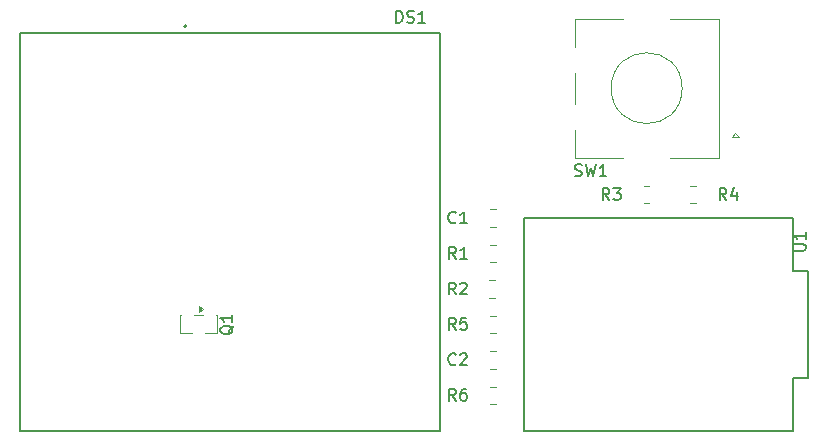
<source format=gbr>
%TF.GenerationSoftware,KiCad,Pcbnew,9.0.7-9.0.7~ubuntu24.04.1*%
%TF.CreationDate,2026-02-02T00:49:15+01:00*%
%TF.ProjectId,HArem,48417265-6d2e-46b6-9963-61645f706362,rev?*%
%TF.SameCoordinates,Original*%
%TF.FileFunction,Legend,Top*%
%TF.FilePolarity,Positive*%
%FSLAX46Y46*%
G04 Gerber Fmt 4.6, Leading zero omitted, Abs format (unit mm)*
G04 Created by KiCad (PCBNEW 9.0.7-9.0.7~ubuntu24.04.1) date 2026-02-02 00:49:15*
%MOMM*%
%LPD*%
G01*
G04 APERTURE LIST*
%ADD10C,0.150000*%
%ADD11C,0.200000*%
%ADD12C,0.127000*%
%ADD13C,0.120000*%
G04 APERTURE END LIST*
D10*
X128765714Y-88454819D02*
X128765714Y-87454819D01*
X128765714Y-87454819D02*
X129003809Y-87454819D01*
X129003809Y-87454819D02*
X129146666Y-87502438D01*
X129146666Y-87502438D02*
X129241904Y-87597676D01*
X129241904Y-87597676D02*
X129289523Y-87692914D01*
X129289523Y-87692914D02*
X129337142Y-87883390D01*
X129337142Y-87883390D02*
X129337142Y-88026247D01*
X129337142Y-88026247D02*
X129289523Y-88216723D01*
X129289523Y-88216723D02*
X129241904Y-88311961D01*
X129241904Y-88311961D02*
X129146666Y-88407200D01*
X129146666Y-88407200D02*
X129003809Y-88454819D01*
X129003809Y-88454819D02*
X128765714Y-88454819D01*
X129718095Y-88407200D02*
X129860952Y-88454819D01*
X129860952Y-88454819D02*
X130099047Y-88454819D01*
X130099047Y-88454819D02*
X130194285Y-88407200D01*
X130194285Y-88407200D02*
X130241904Y-88359580D01*
X130241904Y-88359580D02*
X130289523Y-88264342D01*
X130289523Y-88264342D02*
X130289523Y-88169104D01*
X130289523Y-88169104D02*
X130241904Y-88073866D01*
X130241904Y-88073866D02*
X130194285Y-88026247D01*
X130194285Y-88026247D02*
X130099047Y-87978628D01*
X130099047Y-87978628D02*
X129908571Y-87931009D01*
X129908571Y-87931009D02*
X129813333Y-87883390D01*
X129813333Y-87883390D02*
X129765714Y-87835771D01*
X129765714Y-87835771D02*
X129718095Y-87740533D01*
X129718095Y-87740533D02*
X129718095Y-87645295D01*
X129718095Y-87645295D02*
X129765714Y-87550057D01*
X129765714Y-87550057D02*
X129813333Y-87502438D01*
X129813333Y-87502438D02*
X129908571Y-87454819D01*
X129908571Y-87454819D02*
X130146666Y-87454819D01*
X130146666Y-87454819D02*
X130289523Y-87502438D01*
X131241904Y-88454819D02*
X130670476Y-88454819D01*
X130956190Y-88454819D02*
X130956190Y-87454819D01*
X130956190Y-87454819D02*
X130860952Y-87597676D01*
X130860952Y-87597676D02*
X130765714Y-87692914D01*
X130765714Y-87692914D02*
X130670476Y-87740533D01*
X156745833Y-103454819D02*
X156412500Y-102978628D01*
X156174405Y-103454819D02*
X156174405Y-102454819D01*
X156174405Y-102454819D02*
X156555357Y-102454819D01*
X156555357Y-102454819D02*
X156650595Y-102502438D01*
X156650595Y-102502438D02*
X156698214Y-102550057D01*
X156698214Y-102550057D02*
X156745833Y-102645295D01*
X156745833Y-102645295D02*
X156745833Y-102788152D01*
X156745833Y-102788152D02*
X156698214Y-102883390D01*
X156698214Y-102883390D02*
X156650595Y-102931009D01*
X156650595Y-102931009D02*
X156555357Y-102978628D01*
X156555357Y-102978628D02*
X156174405Y-102978628D01*
X157602976Y-102788152D02*
X157602976Y-103454819D01*
X157364881Y-102407200D02*
X157126786Y-103121485D01*
X157126786Y-103121485D02*
X157745833Y-103121485D01*
X146833333Y-103454819D02*
X146500000Y-102978628D01*
X146261905Y-103454819D02*
X146261905Y-102454819D01*
X146261905Y-102454819D02*
X146642857Y-102454819D01*
X146642857Y-102454819D02*
X146738095Y-102502438D01*
X146738095Y-102502438D02*
X146785714Y-102550057D01*
X146785714Y-102550057D02*
X146833333Y-102645295D01*
X146833333Y-102645295D02*
X146833333Y-102788152D01*
X146833333Y-102788152D02*
X146785714Y-102883390D01*
X146785714Y-102883390D02*
X146738095Y-102931009D01*
X146738095Y-102931009D02*
X146642857Y-102978628D01*
X146642857Y-102978628D02*
X146261905Y-102978628D01*
X147166667Y-102454819D02*
X147785714Y-102454819D01*
X147785714Y-102454819D02*
X147452381Y-102835771D01*
X147452381Y-102835771D02*
X147595238Y-102835771D01*
X147595238Y-102835771D02*
X147690476Y-102883390D01*
X147690476Y-102883390D02*
X147738095Y-102931009D01*
X147738095Y-102931009D02*
X147785714Y-103026247D01*
X147785714Y-103026247D02*
X147785714Y-103264342D01*
X147785714Y-103264342D02*
X147738095Y-103359580D01*
X147738095Y-103359580D02*
X147690476Y-103407200D01*
X147690476Y-103407200D02*
X147595238Y-103454819D01*
X147595238Y-103454819D02*
X147309524Y-103454819D01*
X147309524Y-103454819D02*
X147214286Y-103407200D01*
X147214286Y-103407200D02*
X147166667Y-103359580D01*
X133833333Y-120454819D02*
X133500000Y-119978628D01*
X133261905Y-120454819D02*
X133261905Y-119454819D01*
X133261905Y-119454819D02*
X133642857Y-119454819D01*
X133642857Y-119454819D02*
X133738095Y-119502438D01*
X133738095Y-119502438D02*
X133785714Y-119550057D01*
X133785714Y-119550057D02*
X133833333Y-119645295D01*
X133833333Y-119645295D02*
X133833333Y-119788152D01*
X133833333Y-119788152D02*
X133785714Y-119883390D01*
X133785714Y-119883390D02*
X133738095Y-119931009D01*
X133738095Y-119931009D02*
X133642857Y-119978628D01*
X133642857Y-119978628D02*
X133261905Y-119978628D01*
X134690476Y-119454819D02*
X134500000Y-119454819D01*
X134500000Y-119454819D02*
X134404762Y-119502438D01*
X134404762Y-119502438D02*
X134357143Y-119550057D01*
X134357143Y-119550057D02*
X134261905Y-119692914D01*
X134261905Y-119692914D02*
X134214286Y-119883390D01*
X134214286Y-119883390D02*
X134214286Y-120264342D01*
X134214286Y-120264342D02*
X134261905Y-120359580D01*
X134261905Y-120359580D02*
X134309524Y-120407200D01*
X134309524Y-120407200D02*
X134404762Y-120454819D01*
X134404762Y-120454819D02*
X134595238Y-120454819D01*
X134595238Y-120454819D02*
X134690476Y-120407200D01*
X134690476Y-120407200D02*
X134738095Y-120359580D01*
X134738095Y-120359580D02*
X134785714Y-120264342D01*
X134785714Y-120264342D02*
X134785714Y-120026247D01*
X134785714Y-120026247D02*
X134738095Y-119931009D01*
X134738095Y-119931009D02*
X134690476Y-119883390D01*
X134690476Y-119883390D02*
X134595238Y-119835771D01*
X134595238Y-119835771D02*
X134404762Y-119835771D01*
X134404762Y-119835771D02*
X134309524Y-119883390D01*
X134309524Y-119883390D02*
X134261905Y-119931009D01*
X134261905Y-119931009D02*
X134214286Y-120026247D01*
X133833333Y-117359580D02*
X133785714Y-117407200D01*
X133785714Y-117407200D02*
X133642857Y-117454819D01*
X133642857Y-117454819D02*
X133547619Y-117454819D01*
X133547619Y-117454819D02*
X133404762Y-117407200D01*
X133404762Y-117407200D02*
X133309524Y-117311961D01*
X133309524Y-117311961D02*
X133261905Y-117216723D01*
X133261905Y-117216723D02*
X133214286Y-117026247D01*
X133214286Y-117026247D02*
X133214286Y-116883390D01*
X133214286Y-116883390D02*
X133261905Y-116692914D01*
X133261905Y-116692914D02*
X133309524Y-116597676D01*
X133309524Y-116597676D02*
X133404762Y-116502438D01*
X133404762Y-116502438D02*
X133547619Y-116454819D01*
X133547619Y-116454819D02*
X133642857Y-116454819D01*
X133642857Y-116454819D02*
X133785714Y-116502438D01*
X133785714Y-116502438D02*
X133833333Y-116550057D01*
X134214286Y-116550057D02*
X134261905Y-116502438D01*
X134261905Y-116502438D02*
X134357143Y-116454819D01*
X134357143Y-116454819D02*
X134595238Y-116454819D01*
X134595238Y-116454819D02*
X134690476Y-116502438D01*
X134690476Y-116502438D02*
X134738095Y-116550057D01*
X134738095Y-116550057D02*
X134785714Y-116645295D01*
X134785714Y-116645295D02*
X134785714Y-116740533D01*
X134785714Y-116740533D02*
X134738095Y-116883390D01*
X134738095Y-116883390D02*
X134166667Y-117454819D01*
X134166667Y-117454819D02*
X134785714Y-117454819D01*
X115000057Y-114095238D02*
X114952438Y-114190476D01*
X114952438Y-114190476D02*
X114857200Y-114285714D01*
X114857200Y-114285714D02*
X114714342Y-114428571D01*
X114714342Y-114428571D02*
X114666723Y-114523809D01*
X114666723Y-114523809D02*
X114666723Y-114619047D01*
X114904819Y-114571428D02*
X114857200Y-114666666D01*
X114857200Y-114666666D02*
X114761961Y-114761904D01*
X114761961Y-114761904D02*
X114571485Y-114809523D01*
X114571485Y-114809523D02*
X114238152Y-114809523D01*
X114238152Y-114809523D02*
X114047676Y-114761904D01*
X114047676Y-114761904D02*
X113952438Y-114666666D01*
X113952438Y-114666666D02*
X113904819Y-114571428D01*
X113904819Y-114571428D02*
X113904819Y-114380952D01*
X113904819Y-114380952D02*
X113952438Y-114285714D01*
X113952438Y-114285714D02*
X114047676Y-114190476D01*
X114047676Y-114190476D02*
X114238152Y-114142857D01*
X114238152Y-114142857D02*
X114571485Y-114142857D01*
X114571485Y-114142857D02*
X114761961Y-114190476D01*
X114761961Y-114190476D02*
X114857200Y-114285714D01*
X114857200Y-114285714D02*
X114904819Y-114380952D01*
X114904819Y-114380952D02*
X114904819Y-114571428D01*
X114904819Y-113190476D02*
X114904819Y-113761904D01*
X114904819Y-113476190D02*
X113904819Y-113476190D01*
X113904819Y-113476190D02*
X114047676Y-113571428D01*
X114047676Y-113571428D02*
X114142914Y-113666666D01*
X114142914Y-113666666D02*
X114190533Y-113761904D01*
X133833333Y-105359580D02*
X133785714Y-105407200D01*
X133785714Y-105407200D02*
X133642857Y-105454819D01*
X133642857Y-105454819D02*
X133547619Y-105454819D01*
X133547619Y-105454819D02*
X133404762Y-105407200D01*
X133404762Y-105407200D02*
X133309524Y-105311961D01*
X133309524Y-105311961D02*
X133261905Y-105216723D01*
X133261905Y-105216723D02*
X133214286Y-105026247D01*
X133214286Y-105026247D02*
X133214286Y-104883390D01*
X133214286Y-104883390D02*
X133261905Y-104692914D01*
X133261905Y-104692914D02*
X133309524Y-104597676D01*
X133309524Y-104597676D02*
X133404762Y-104502438D01*
X133404762Y-104502438D02*
X133547619Y-104454819D01*
X133547619Y-104454819D02*
X133642857Y-104454819D01*
X133642857Y-104454819D02*
X133785714Y-104502438D01*
X133785714Y-104502438D02*
X133833333Y-104550057D01*
X134785714Y-105454819D02*
X134214286Y-105454819D01*
X134500000Y-105454819D02*
X134500000Y-104454819D01*
X134500000Y-104454819D02*
X134404762Y-104597676D01*
X134404762Y-104597676D02*
X134309524Y-104692914D01*
X134309524Y-104692914D02*
X134214286Y-104740533D01*
X162454819Y-107761904D02*
X163264342Y-107761904D01*
X163264342Y-107761904D02*
X163359580Y-107714285D01*
X163359580Y-107714285D02*
X163407200Y-107666666D01*
X163407200Y-107666666D02*
X163454819Y-107571428D01*
X163454819Y-107571428D02*
X163454819Y-107380952D01*
X163454819Y-107380952D02*
X163407200Y-107285714D01*
X163407200Y-107285714D02*
X163359580Y-107238095D01*
X163359580Y-107238095D02*
X163264342Y-107190476D01*
X163264342Y-107190476D02*
X162454819Y-107190476D01*
X163454819Y-106190476D02*
X163454819Y-106761904D01*
X163454819Y-106476190D02*
X162454819Y-106476190D01*
X162454819Y-106476190D02*
X162597676Y-106571428D01*
X162597676Y-106571428D02*
X162692914Y-106666666D01*
X162692914Y-106666666D02*
X162740533Y-106761904D01*
X143916667Y-101407200D02*
X144059524Y-101454819D01*
X144059524Y-101454819D02*
X144297619Y-101454819D01*
X144297619Y-101454819D02*
X144392857Y-101407200D01*
X144392857Y-101407200D02*
X144440476Y-101359580D01*
X144440476Y-101359580D02*
X144488095Y-101264342D01*
X144488095Y-101264342D02*
X144488095Y-101169104D01*
X144488095Y-101169104D02*
X144440476Y-101073866D01*
X144440476Y-101073866D02*
X144392857Y-101026247D01*
X144392857Y-101026247D02*
X144297619Y-100978628D01*
X144297619Y-100978628D02*
X144107143Y-100931009D01*
X144107143Y-100931009D02*
X144011905Y-100883390D01*
X144011905Y-100883390D02*
X143964286Y-100835771D01*
X143964286Y-100835771D02*
X143916667Y-100740533D01*
X143916667Y-100740533D02*
X143916667Y-100645295D01*
X143916667Y-100645295D02*
X143964286Y-100550057D01*
X143964286Y-100550057D02*
X144011905Y-100502438D01*
X144011905Y-100502438D02*
X144107143Y-100454819D01*
X144107143Y-100454819D02*
X144345238Y-100454819D01*
X144345238Y-100454819D02*
X144488095Y-100502438D01*
X144821429Y-100454819D02*
X145059524Y-101454819D01*
X145059524Y-101454819D02*
X145250000Y-100740533D01*
X145250000Y-100740533D02*
X145440476Y-101454819D01*
X145440476Y-101454819D02*
X145678572Y-100454819D01*
X146583333Y-101454819D02*
X146011905Y-101454819D01*
X146297619Y-101454819D02*
X146297619Y-100454819D01*
X146297619Y-100454819D02*
X146202381Y-100597676D01*
X146202381Y-100597676D02*
X146107143Y-100692914D01*
X146107143Y-100692914D02*
X146011905Y-100740533D01*
X133833333Y-111454819D02*
X133500000Y-110978628D01*
X133261905Y-111454819D02*
X133261905Y-110454819D01*
X133261905Y-110454819D02*
X133642857Y-110454819D01*
X133642857Y-110454819D02*
X133738095Y-110502438D01*
X133738095Y-110502438D02*
X133785714Y-110550057D01*
X133785714Y-110550057D02*
X133833333Y-110645295D01*
X133833333Y-110645295D02*
X133833333Y-110788152D01*
X133833333Y-110788152D02*
X133785714Y-110883390D01*
X133785714Y-110883390D02*
X133738095Y-110931009D01*
X133738095Y-110931009D02*
X133642857Y-110978628D01*
X133642857Y-110978628D02*
X133261905Y-110978628D01*
X134214286Y-110550057D02*
X134261905Y-110502438D01*
X134261905Y-110502438D02*
X134357143Y-110454819D01*
X134357143Y-110454819D02*
X134595238Y-110454819D01*
X134595238Y-110454819D02*
X134690476Y-110502438D01*
X134690476Y-110502438D02*
X134738095Y-110550057D01*
X134738095Y-110550057D02*
X134785714Y-110645295D01*
X134785714Y-110645295D02*
X134785714Y-110740533D01*
X134785714Y-110740533D02*
X134738095Y-110883390D01*
X134738095Y-110883390D02*
X134166667Y-111454819D01*
X134166667Y-111454819D02*
X134785714Y-111454819D01*
X133833333Y-108454819D02*
X133500000Y-107978628D01*
X133261905Y-108454819D02*
X133261905Y-107454819D01*
X133261905Y-107454819D02*
X133642857Y-107454819D01*
X133642857Y-107454819D02*
X133738095Y-107502438D01*
X133738095Y-107502438D02*
X133785714Y-107550057D01*
X133785714Y-107550057D02*
X133833333Y-107645295D01*
X133833333Y-107645295D02*
X133833333Y-107788152D01*
X133833333Y-107788152D02*
X133785714Y-107883390D01*
X133785714Y-107883390D02*
X133738095Y-107931009D01*
X133738095Y-107931009D02*
X133642857Y-107978628D01*
X133642857Y-107978628D02*
X133261905Y-107978628D01*
X134785714Y-108454819D02*
X134214286Y-108454819D01*
X134500000Y-108454819D02*
X134500000Y-107454819D01*
X134500000Y-107454819D02*
X134404762Y-107597676D01*
X134404762Y-107597676D02*
X134309524Y-107692914D01*
X134309524Y-107692914D02*
X134214286Y-107740533D01*
X133833333Y-114454819D02*
X133500000Y-113978628D01*
X133261905Y-114454819D02*
X133261905Y-113454819D01*
X133261905Y-113454819D02*
X133642857Y-113454819D01*
X133642857Y-113454819D02*
X133738095Y-113502438D01*
X133738095Y-113502438D02*
X133785714Y-113550057D01*
X133785714Y-113550057D02*
X133833333Y-113645295D01*
X133833333Y-113645295D02*
X133833333Y-113788152D01*
X133833333Y-113788152D02*
X133785714Y-113883390D01*
X133785714Y-113883390D02*
X133738095Y-113931009D01*
X133738095Y-113931009D02*
X133642857Y-113978628D01*
X133642857Y-113978628D02*
X133261905Y-113978628D01*
X134738095Y-113454819D02*
X134261905Y-113454819D01*
X134261905Y-113454819D02*
X134214286Y-113931009D01*
X134214286Y-113931009D02*
X134261905Y-113883390D01*
X134261905Y-113883390D02*
X134357143Y-113835771D01*
X134357143Y-113835771D02*
X134595238Y-113835771D01*
X134595238Y-113835771D02*
X134690476Y-113883390D01*
X134690476Y-113883390D02*
X134738095Y-113931009D01*
X134738095Y-113931009D02*
X134785714Y-114026247D01*
X134785714Y-114026247D02*
X134785714Y-114264342D01*
X134785714Y-114264342D02*
X134738095Y-114359580D01*
X134738095Y-114359580D02*
X134690476Y-114407200D01*
X134690476Y-114407200D02*
X134595238Y-114454819D01*
X134595238Y-114454819D02*
X134357143Y-114454819D01*
X134357143Y-114454819D02*
X134261905Y-114407200D01*
X134261905Y-114407200D02*
X134214286Y-114359580D01*
D11*
%TO.C,DS1*%
X111020000Y-88750000D02*
G75*
G02*
X110820000Y-88750000I-100000J0D01*
G01*
X110820000Y-88750000D02*
G75*
G02*
X111020000Y-88750000I100000J0D01*
G01*
D12*
X132480000Y-123000000D02*
X96980000Y-123000000D01*
X132480000Y-89300000D02*
X132480000Y-123000000D01*
X96980000Y-123000000D02*
X96980000Y-89300000D01*
X96980000Y-89300000D02*
X132480000Y-89300000D01*
D13*
%TO.C,R4*%
X153685436Y-103735000D02*
X154139564Y-103735000D01*
X153685436Y-102265000D02*
X154139564Y-102265000D01*
%TO.C,R3*%
X150227064Y-102265000D02*
X149772936Y-102265000D01*
X150227064Y-103735000D02*
X149772936Y-103735000D01*
%TO.C,R6*%
X137227064Y-120735000D02*
X136772936Y-120735000D01*
X137227064Y-119265000D02*
X136772936Y-119265000D01*
%TO.C,C2*%
X136738748Y-116265000D02*
X137261252Y-116265000D01*
X136738748Y-117735000D02*
X137261252Y-117735000D01*
%TO.C,Q1*%
X112430000Y-112700000D02*
X112100000Y-112940000D01*
X112100000Y-112460000D01*
X112430000Y-112700000D01*
G36*
X112430000Y-112700000D02*
G01*
X112100000Y-112940000D01*
X112100000Y-112460000D01*
X112430000Y-112700000D01*
G37*
X113610000Y-113240000D02*
X113610000Y-114760000D01*
X113560000Y-113240000D02*
X113610000Y-113240000D01*
X111660000Y-113240000D02*
X112440000Y-113240000D01*
X110490000Y-113240000D02*
X110540000Y-113240000D01*
X113610000Y-114760000D02*
X112610000Y-114760000D01*
X111490000Y-114760000D02*
X110490000Y-114760000D01*
X110490000Y-114760000D02*
X110490000Y-113240000D01*
%TO.C,C1*%
X136738748Y-105735000D02*
X137261252Y-105735000D01*
X136738748Y-104265000D02*
X137261252Y-104265000D01*
D12*
%TO.C,U1*%
X139650000Y-105000000D02*
X162350000Y-105000000D01*
X139650000Y-123000000D02*
X139650000Y-105000000D01*
X139650000Y-123000000D02*
X162350000Y-123000000D01*
X162350000Y-109500000D02*
X162350000Y-105000000D01*
X162350000Y-123000000D02*
X162350000Y-118500000D01*
X163650000Y-109500000D02*
X162350000Y-109500000D01*
X163650000Y-118500000D02*
X162350000Y-118500000D01*
X163650000Y-118500000D02*
X163650000Y-109500000D01*
D13*
%TO.C,SW1*%
X157800000Y-98100000D02*
X157200000Y-98100000D01*
X157500000Y-97800000D02*
X157800000Y-98100000D01*
X157200000Y-98100000D02*
X157500000Y-97800000D01*
X156100000Y-99900000D02*
X156100000Y-88100000D01*
X152000000Y-99900000D02*
X156100000Y-99900000D01*
X152000000Y-88100000D02*
X156100000Y-88100000D01*
X148000000Y-99900000D02*
X143900000Y-99900000D01*
X143900000Y-99900000D02*
X143900000Y-97500000D01*
X143900000Y-95300000D02*
X143900000Y-92700000D01*
X143900000Y-90500000D02*
X143900000Y-88100000D01*
X143900000Y-88100000D02*
X148000000Y-88100000D01*
X153000000Y-94000000D02*
G75*
G02*
X147000000Y-94000000I-3000000J0D01*
G01*
X147000000Y-94000000D02*
G75*
G02*
X153000000Y-94000000I3000000J0D01*
G01*
%TO.C,R2*%
X136685436Y-110265000D02*
X137139564Y-110265000D01*
X136685436Y-111735000D02*
X137139564Y-111735000D01*
%TO.C,R1*%
X137227064Y-108735000D02*
X136772936Y-108735000D01*
X137227064Y-107265000D02*
X136772936Y-107265000D01*
%TO.C,R5*%
X136772936Y-113265000D02*
X137227064Y-113265000D01*
X136772936Y-114735000D02*
X137227064Y-114735000D01*
%TD*%
M02*

</source>
